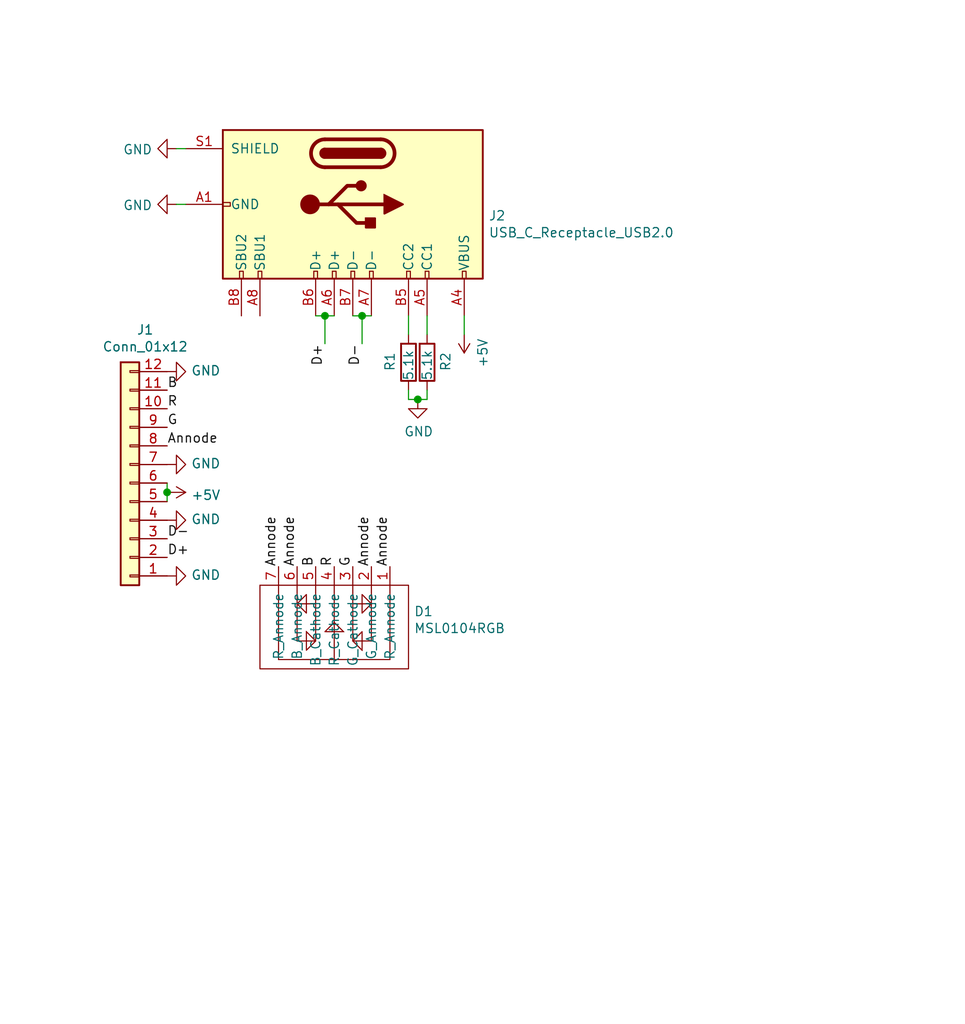
<source format=kicad_sch>
(kicad_sch (version 20250114) (generator "eeschema") (generator_version "9.0")
  (paper "User" 132.004 140.005)
  (lib_symbols
    (symbol "030-rescue:+5V-power" (power) (pin_names (offset 0))
      (property "Value" "power_+5V" (at 0 3.556 0))
      (symbol "+5V-power_0_1"
        (polyline (pts (xy -0.762 1.27) (xy 0 2.54)))
        (polyline (pts (xy 0 2.54) (xy 0.762 1.27)))
        (polyline (pts (xy 0 0) (xy 0 2.54)))
      )
      (symbol "+5V-power_1_1"
        (pin power_in line (at 0 0 90) (length 0) (hide yes) (name "+5V") (number "1"))
      )
    )
    (symbol "030-rescue:GND-power" (power) (pin_names (offset 0))
      (property "Value" "power_GND" (at 0 -3.81 0))
      (symbol "GND-power_0_1"
        (polyline (pts (xy 0 0) (xy 0 -1.27) (xy 1.27 -1.27) (xy 0 -2.54) (xy -1.27 -1.27) (xy 0 -1.27)))
      )
      (symbol "GND-power_1_1"
        (pin power_in line (at 0 0 270) (length 0) (hide yes) (name "GND") (number "1"))
      )
    )
    (symbol "030-rescue:MSL0104RGB-MSL0104RGB" (pin_names (offset 1.016))
      (property "Reference" "D" (at 0 -11.43 0))
      (property "Value" "MSL0104RGB-MSL0104RGB" (at 15.24 -2.54 0))
      (symbol "MSL0104RGB-MSL0104RGB_0_1"
        (rectangle (start -10.16 -1.27) (end 10.16 10.16))
        (rectangle (start -7.62 8.89) (end 7.62 8.89))
        (rectangle (start -7.62 -1.27) (end -7.62 8.89))
        (rectangle (start -5.08 6.35) (end -2.54 6.35))
        (rectangle (start -5.08 -1.27) (end -5.08 6.35))
        (polyline (pts (xy -3.81 7.62) (xy -3.81 5.08) (xy -2.54 6.35) (xy -3.81 7.62)))
        (rectangle (start -2.54 6.35) (end -2.54 -1.27))
        (polyline (pts (xy -2.54 1.27) (xy -3.81 1.27) (xy -3.81 2.54) (xy -5.08 1.27) (xy -3.81 0) (xy -3.81 1.27) (xy -5.08 1.27)))
        (polyline (pts (xy -1.27 5.08) (xy 1.27 5.08) (xy 0 3.81) (xy -1.27 5.08)))
        (polyline (pts (xy 0 8.89) (xy 0 -1.27)))
        (rectangle (start 2.54 6.35) (end 2.54 -1.27))
        (polyline (pts (xy 2.54 1.27) (xy 3.81 1.27) (xy 3.81 2.54) (xy 5.08 1.27) (xy 3.81 0) (xy 3.81 1.27) (xy 5.08 1.27)))
        (polyline (pts (xy 3.81 5.08) (xy 2.54 6.35) (xy 3.81 7.62) (xy 3.81 5.08)))
        (rectangle (start 5.08 6.35) (end 2.54 6.35))
        (rectangle (start 5.08 -1.27) (end 5.08 6.35))
        (rectangle (start 7.62 -1.27) (end 7.62 8.89))
      )
      (symbol "MSL0104RGB-MSL0104RGB_1_1"
        (pin input line (at -7.62 -3.81 90) (length 2.54) (name "R_Annode") (number "1"))
        (pin input line (at -5.08 -3.81 90) (length 2.54) (name "G_Annode") (number "2"))
        (pin input line (at -2.54 -3.81 90) (length 2.54) (name "G_Cathode") (number "3"))
        (pin input line (at 0 -3.81 90) (length 2.54) (name "R_Cathode") (number "4"))
        (pin input line (at 2.54 -3.81 90) (length 2.54) (name "B_Cathode") (number "5"))
        (pin input line (at 5.08 -3.81 90) (length 2.54) (name "B_Annode") (number "6"))
        (pin input line (at 7.62 -3.81 90) (length 2.54) (name "R_Annode") (number "7"))
      )
    )
    (symbol "030-rescue:USB_C_Receptacle_USB2.0-Connector" (pin_names (offset 1.016))
      (property "Reference" "J" (at -10.16 19.05 0))
      (property "Value" "Connector_USB_C_Receptacle_USB2.0" (at 19.05 19.05 0))
      (symbol "USB_C_Receptacle_USB2.0-Connector_0_0"
        (rectangle (start -0.254 -17.78) (end 0.254 -16.764))
        (rectangle (start 10.16 15.494) (end 9.144 14.986))
        (rectangle (start 10.16 10.414) (end 9.144 9.906))
        (rectangle (start 10.16 7.874) (end 9.144 7.366))
        (rectangle (start 10.16 2.794) (end 9.144 2.286))
        (rectangle (start 10.16 0.254) (end 9.144 -0.254))
        (rectangle (start 10.16 -2.286) (end 9.144 -2.794))
        (rectangle (start 10.16 -4.826) (end 9.144 -5.334))
        (rectangle (start 10.16 -12.446) (end 9.144 -12.954))
        (rectangle (start 10.16 -14.986) (end 9.144 -15.494))
      )
      (symbol "USB_C_Receptacle_USB2.0-Connector_0_1"
        (rectangle (start -10.16 17.78) (end 10.16 -17.78) (stroke (width 0.254)) (fill (type background)))
        (polyline (pts (xy -8.89 -3.81) (xy -8.89 3.81)) (stroke (width 0.508)))
        (rectangle (start -7.62 -3.81) (end -6.35 3.81) (stroke (width 0.254)) (fill (type outline)))
        (arc (start -8.89 3.81) (mid -6.985 5.715) (end -5.08 3.81) (stroke (width 0.508)))
        (arc (start -7.62 3.81) (mid -6.985 4.445) (end -6.35 3.81) (stroke (width 0.254)))
        (arc (start -7.62 3.81) (mid -6.985 4.445) (end -6.35 3.81) (stroke (width 0.254)) (fill (type outline)))
        (arc (start -6.35 -3.81) (mid -6.985 -4.445) (end -7.62 -3.81) (stroke (width 0.254)))
        (arc (start -6.35 -3.81) (mid -6.985 -4.445) (end -7.62 -3.81) (stroke (width 0.254)) (fill (type outline)))
        (arc (start -5.08 -3.81) (mid -6.985 -5.715) (end -8.89 -3.81) (stroke (width 0.508)))
        (polyline (pts (xy -5.08 3.81) (xy -5.08 -3.81)) (stroke (width 0.508)))
        (circle (center -2.54 1.143) (radius 0.635) (stroke (width 0.254)) (fill (type outline)))
        (polyline (pts (xy -1.27 4.318) (xy 0 6.858) (xy 1.27 4.318) (xy -1.27 4.318)) (stroke (width 0.254)) (fill (type outline)))
        (polyline (pts (xy 0 -2.032) (xy 2.54 0.508) (xy 2.54 1.778)) (stroke (width 0.508)))
        (polyline (pts (xy 0 -3.302) (xy -2.54 -0.762) (xy -2.54 0.508)) (stroke (width 0.508)))
        (polyline (pts (xy 0 -5.842) (xy 0 4.318)) (stroke (width 0.508)))
        (circle (center 0 -5.842) (radius 1.27) (fill (type outline)))
        (rectangle (start 1.905 1.778) (end 3.175 3.048) (stroke (width 0.254)) (fill (type outline)))
      )
      (symbol "USB_C_Receptacle_USB2.0-Connector_1_1"
        (pin passive line (at -7.62 -22.86 90) (length 5.08) (name "SHIELD") (number "S1"))
        (pin passive line (at 0 -22.86 90) (length 5.08) (name "GND") (number "A1"))
        (pin passive line (at 0 -22.86 90) (length 5.08) (hide yes) (name "GND") (number "A12"))
        (pin passive line (at 0 -22.86 90) (length 5.08) (hide yes) (name "GND") (number "B1"))
        (pin passive line (at 0 -22.86 90) (length 5.08) (hide yes) (name "GND") (number "B12"))
        (pin passive line (at 15.24 15.24 180) (length 5.08) (name "VBUS") (number "A4"))
        (pin passive line (at 15.24 15.24 180) (length 5.08) (hide yes) (name "VBUS") (number "A9"))
        (pin passive line (at 15.24 15.24 180) (length 5.08) (hide yes) (name "VBUS") (number "B4"))
        (pin passive line (at 15.24 15.24 180) (length 5.08) (hide yes) (name "VBUS") (number "B9"))
        (pin bidirectional line (at 15.24 10.16 180) (length 5.08) (name "CC1") (number "A5"))
        (pin bidirectional line (at 15.24 7.62 180) (length 5.08) (name "CC2") (number "B5"))
        (pin bidirectional line (at 15.24 2.54 180) (length 5.08) (name "D-") (number "A7"))
        (pin bidirectional line (at 15.24 0 180) (length 5.08) (name "D-") (number "B7"))
        (pin bidirectional line (at 15.24 -2.54 180) (length 5.08) (name "D+") (number "A6"))
        (pin bidirectional line (at 15.24 -5.08 180) (length 5.08) (name "D+") (number "B6"))
        (pin bidirectional line (at 15.24 -12.7 180) (length 5.08) (name "SBU1") (number "A8"))
        (pin bidirectional line (at 15.24 -15.24 180) (length 5.08) (name "SBU2") (number "B8"))
      )
    )
    (symbol "Connector_Generic:Conn_01x12" (pin_names (offset 1.016) (hide yes))
      (property "Reference" "J" (at 0 15.24 0))
      (property "Value" "Conn_01x12" (at 0 -17.78 0))
      (symbol "Conn_01x12_1_1"
        (rectangle (start -1.27 13.97) (end 1.27 -16.51) (stroke (width 0.254)) (fill (type background)))
        (rectangle (start -1.27 12.827) (end 0 12.573) (stroke (width 0.1524)))
        (rectangle (start -1.27 10.287) (end 0 10.033) (stroke (width 0.1524)))
        (rectangle (start -1.27 7.747) (end 0 7.493) (stroke (width 0.1524)))
        (rectangle (start -1.27 5.207) (end 0 4.953) (stroke (width 0.1524)))
        (rectangle (start -1.27 2.667) (end 0 2.413) (stroke (width 0.1524)))
        (rectangle (start -1.27 0.127) (end 0 -0.127) (stroke (width 0.1524)))
        (rectangle (start -1.27 -2.413) (end 0 -2.667) (stroke (width 0.1524)))
        (rectangle (start -1.27 -4.953) (end 0 -5.207) (stroke (width 0.1524)))
        (rectangle (start -1.27 -7.493) (end 0 -7.747) (stroke (width 0.1524)))
        (rectangle (start -1.27 -10.033) (end 0 -10.287) (stroke (width 0.1524)))
        (rectangle (start -1.27 -12.573) (end 0 -12.827) (stroke (width 0.1524)))
        (rectangle (start -1.27 -15.113) (end 0 -15.367) (stroke (width 0.1524)))
        (pin passive line (at -5.08 12.7 0) (length 3.81) (name "Pin_1") (number "1"))
        (pin passive line (at -5.08 10.16 0) (length 3.81) (name "Pin_2") (number "2"))
        (pin passive line (at -5.08 7.62 0) (length 3.81) (name "Pin_3") (number "3"))
        (pin passive line (at -5.08 5.08 0) (length 3.81) (name "Pin_4") (number "4"))
        (pin passive line (at -5.08 2.54 0) (length 3.81) (name "Pin_5") (number "5"))
        (pin passive line (at -5.08 0 0) (length 3.81) (name "Pin_6") (number "6"))
        (pin passive line (at -5.08 -2.54 0) (length 3.81) (name "Pin_7") (number "7"))
        (pin passive line (at -5.08 -5.08 0) (length 3.81) (name "Pin_8") (number "8"))
        (pin passive line (at -5.08 -7.62 0) (length 3.81) (name "Pin_9") (number "9"))
        (pin passive line (at -5.08 -10.16 0) (length 3.81) (name "Pin_10") (number "10"))
        (pin passive line (at -5.08 -12.7 0) (length 3.81) (name "Pin_11") (number "11"))
        (pin passive line (at -5.08 -15.24 0) (length 3.81) (name "Pin_12") (number "12"))
      )
    )
    (symbol "Device:R" (pin_numbers (hide yes)) (pin_names (offset 0))
      (property "Reference" "R" (at 2.032 0 90))
      (property "Value" "R" (at 0 0 90))
      (symbol "R_0_1"
        (rectangle (start -1.016 -2.54) (end 1.016 2.54) (stroke (width 0.254)))
      )
      (symbol "R_1_1"
        (pin passive line (at 0 3.81 270) (length 1.27) (name "~") (number "1"))
        (pin passive line (at 0 -3.81 90) (length 1.27) (name "~") (number "2"))
      )
    )
  )
  (junction (at 49.53 43.18))
  (junction (at 22.86 67.31))
  (junction (at 57.15 54.61))
  (junction (at 44.45 43.18))
  (wire (pts (xy 58.42 54.61) (xy 57.15 54.61)))
  (wire (pts (xy 58.42 53.34) (xy 58.42 54.61)))
  (wire (pts (xy 49.53 43.18) (xy 50.8 43.18)))
  (wire (pts (xy 55.88 53.34) (xy 55.88 54.61)))
  (wire (pts (xy 55.88 45.72) (xy 55.88 43.18)))
  (wire (pts (xy 48.26 43.18) (xy 49.53 43.18)))
  (wire (pts (xy 44.45 43.18) (xy 44.45 46.99)))
  (wire (pts (xy 25.4 27.94) (xy 24.13 27.94)))
  (wire (pts (xy 58.42 43.18) (xy 58.42 45.72)))
  (wire (pts (xy 55.88 54.61) (xy 57.15 54.61)))
  (wire (pts (xy 49.53 43.18) (xy 49.53 46.99)))
  (wire (pts (xy 63.5 43.18) (xy 63.5 45.72)))
  (wire (pts (xy 44.45 43.18) (xy 45.72 43.18)))
  (wire (pts (xy 22.86 66.04) (xy 22.86 67.31)))
  (wire (pts (xy 43.18 43.18) (xy 44.45 43.18)))
  (wire (pts (xy 25.4 20.32) (xy 24.13 20.32)))
  (wire (pts (xy 22.86 67.31) (xy 22.86 68.58)))
  (label "Annode" (at 40.64 77.47 90))
  (label "Annode" (at 50.8 77.47 90))
  (label "G" (at 48.26 77.47 90))
  (label "D-" (at 22.86 73.66 0))
  (label "B" (at 43.18 77.47 90))
  (label "G" (at 22.86 58.42 0))
  (label "R" (at 45.72 77.47 90))
  (label "Annode" (at 22.86 60.96 0))
  (label "Annode" (at 53.34 77.47 90))
  (label "Annode" (at 38.1 77.47 90))
  (label "D+" (at 44.45 46.99 270))
  (label "D+" (at 22.86 76.2 0))
  (label "R" (at 22.86 55.88 0))
  (label "B" (at 22.86 53.34 0))
  (label "D-" (at 49.53 46.99 270))
  (symbol (lib_id "030-rescue:USB_C_Receptacle_USB2.0-Connector") (at 48.26 27.94 270) (unit 1)
    (property "Reference" "J2" (at 66.802 29.4894 90) (effects (justify left)))
    (property "Value" "USB_C_Receptacle_USB2.0" (at 66.802 31.8008 90) (effects (justify left)))
    (property "Footprint" "Connector_USB:USB_C_Receptacle_HRO_TYPE-C-31-M-12" (effects (hide yes)))
    (property "Datasheet" "https://www.usb.org/sites/default/files/documents/usb_type-c.zip" (effects (hide yes)))
  )
  (symbol (lib_id "030-rescue:MSL0104RGB-MSL0104RGB") (at 45.72 81.28 180) (unit 1)
    (property "Reference" "D1" (at 56.5912 83.5914 0) (effects (justify right)))
    (property "Value" "MSL0104RGB" (at 56.5912 85.9028 0) (effects (justify right)))
    (property "Footprint" "MSL0104RGB:MSL0104RGB" (effects (hide yes)))
  )
  (symbol (lib_id "030-rescue:GND-power") (at 24.13 20.32 270) (unit 1)
    (property "Reference" "#PWR0101" (effects (hide yes)))
    (property "Value" "GND" (at 20.8788 20.447 90) (effects (justify right)))
  )
  (symbol (lib_id "030-rescue:GND-power") (at 24.13 27.94 270) (unit 1)
    (property "Reference" "#PWR0102" (effects (hide yes)))
    (property "Value" "GND" (at 20.8788 28.067 90) (effects (justify right)))
  )
  (symbol (lib_id "Device:R") (at 55.88 49.53 0) (unit 1)
    (property "Reference" "R1" (at 53.34 50.8 90) (effects (justify left)))
    (property "Value" "5.1k" (at 55.88 52.07 90) (effects (justify left)))
    (property "Footprint" "Resistor_SMD:R_0603_1608Metric_Pad0.98x0.95mm_HandSolder" (effects (hide yes)))
  )
  (symbol (lib_id "Device:R") (at 58.42 49.53 180) (unit 1)
    (property "Reference" "R2" (at 60.96 50.8 90) (effects (justify right)))
    (property "Value" "5.1k" (at 58.42 52.07 90) (effects (justify right)))
    (property "Footprint" "Resistor_SMD:R_0603_1608Metric_Pad0.98x0.95mm_HandSolder" (effects (hide yes)))
  )
  (symbol (lib_id "030-rescue:GND-power") (at 57.15 54.61 0) (unit 1)
    (property "Reference" "#PWR0103" (effects (hide yes)))
    (property "Value" "GND" (at 57.277 59.0042 0))
  )
  (symbol (lib_id "030-rescue:+5V-power") (at 63.5 45.72 180) (unit 1)
    (property "Reference" "#PWR0104" (effects (hide yes)))
    (property "Value" "+5V" (at 66.04 48.26 90))
  )
  (symbol (lib_id "Connector_Generic:Conn_01x12") (at 17.78 66.04 180) (unit 1)
    (property "Reference" "J1" (at 19.8628 45.085 0))
    (property "Value" "Conn_01x12" (at 19.8628 47.3964 0))
    (property "Footprint" "Molex 5034801200:503480-1200" (effects (hide yes)))
  )
  (symbol (lib_id "030-rescue:GND-power") (at 22.86 78.74 90) (unit 1)
    (property "Reference" "#PWR0105" (effects (hide yes)))
    (property "Value" "GND" (at 26.1112 78.613 90) (effects (justify right)))
  )
  (symbol (lib_id "030-rescue:GND-power") (at 22.86 71.12 90) (unit 1)
    (property "Reference" "#PWR0106" (effects (hide yes)))
    (property "Value" "GND" (at 26.1112 70.993 90) (effects (justify right)))
  )
  (symbol (lib_id "030-rescue:GND-power") (at 22.86 63.5 90) (unit 1)
    (property "Reference" "#PWR0107" (effects (hide yes)))
    (property "Value" "GND" (at 26.1112 63.373 90) (effects (justify right)))
  )
  (symbol (lib_id "030-rescue:GND-power") (at 22.86 50.8 90) (unit 1)
    (property "Reference" "#PWR0108" (effects (hide yes)))
    (property "Value" "GND" (at 26.1112 50.673 90) (effects (justify right)))
  )
  (symbol (lib_id "030-rescue:+5V-power") (at 22.86 67.31 270) (unit 1)
    (property "Reference" "#PWR0109" (effects (hide yes)))
    (property "Value" "+5V" (at 26.1112 67.691 90) (effects (justify left)))
  )
)
</source>
